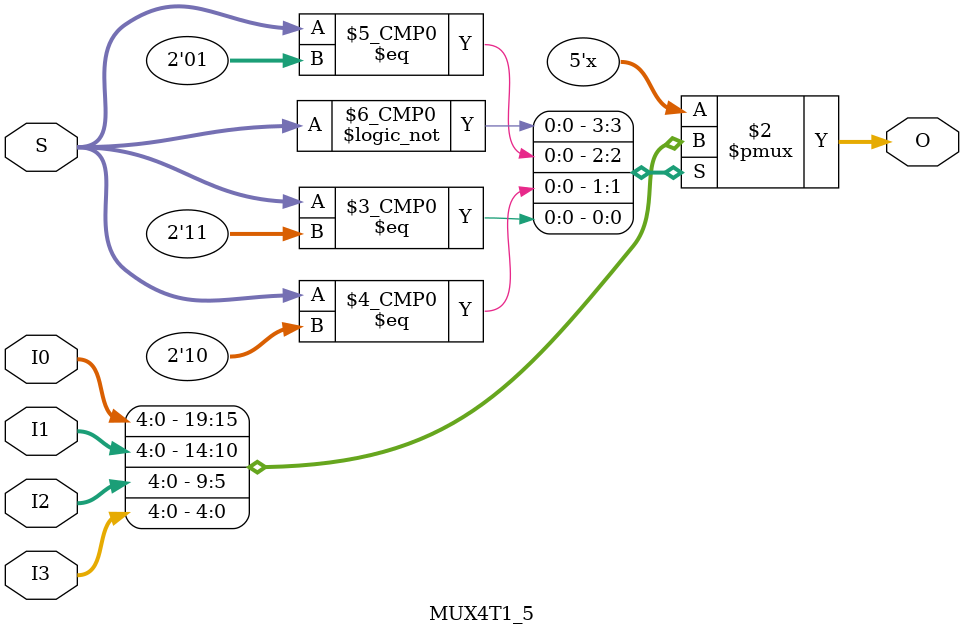
<source format=v>
module MUX4T1_5(
    input [1:0] S,
    input [4:0] I0,
    input [4:0] I1,
    input [4:0] I2,
    input [4:0] I3,
    output reg [4:0] O
);

    always @ (*) begin
        case(S)
            2'b00: O = I0;
            2'b01: O = I1;
            2'b10: O = I2;
            2'b11: O = I3;
            default: O = 5'b00000; // ´¦ÀíÎ´¶¨Òå×´Ì¬
        endcase
    end

endmodule

// version1
/*
always @ (*) begin
        O = (~S[1])&(~S[0])&I0 + (~S[1])&S[0]&I1 + S[1]&(~S[0])&I2 + S[1]&S[0]&I3;
    end
*/

// version2
/*
always @ (*) begin
    O = (S == 2'b00) ? I0 : 
        (S == 2'b01) ? I1 :
        (S == 2'b10) ? I2 : I3;
        // from left to right
*/

</source>
